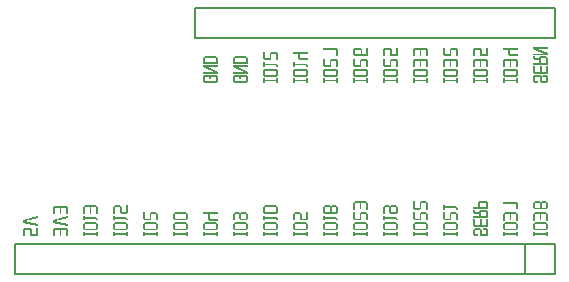
<source format=gbo>
G04*
G04 #@! TF.GenerationSoftware,Altium Limited,Altium Designer,23.1.1 (15)*
G04*
G04 Layer_Color=32896*
%FSLAX26Y26*%
%MOIN*%
G70*
G04*
G04 #@! TF.SameCoordinates,D0E4B440-4BE9-487C-8C21-8B387810EFB0*
G04*
G04*
G04 #@! TF.FilePolarity,Positive*
G04*
G01*
G75*
%ADD12C,0.007874*%
G36*
X2813885Y-659112D02*
Y-677020D01*
X2808971Y-681934D01*
X2793537D01*
X2790407Y-678841D01*
X2787349Y-681934D01*
X2769914D01*
X2765000Y-677093D01*
Y-659184D01*
X2769914Y-654234D01*
X2787386D01*
X2790407Y-657292D01*
X2793537Y-654234D01*
X2808898D01*
X2813885Y-659112D01*
D02*
G37*
G36*
X2813812Y-696058D02*
Y-718844D01*
X2807661D01*
Y-697259D01*
X2792300D01*
Y-718225D01*
X2786148D01*
Y-697259D01*
X2771115D01*
Y-718844D01*
X2765000D01*
Y-696058D01*
X2769914Y-691144D01*
X2786148D01*
X2789169Y-694201D01*
X2792300Y-691144D01*
X2808898D01*
X2813812Y-696058D01*
D02*
G37*
G36*
Y-729873D02*
Y-746945D01*
X2808862Y-751822D01*
X2769950D01*
X2765000Y-746909D01*
Y-729873D01*
X2769950Y-724996D01*
X2808862D01*
X2813812Y-729873D01*
D02*
G37*
G36*
X2813740Y-771260D02*
X2807588D01*
Y-766528D01*
X2771151D01*
Y-771260D01*
X2765000D01*
Y-755535D01*
X2771151D01*
Y-760376D01*
X2807588D01*
Y-755535D01*
X2813740D01*
Y-771260D01*
D02*
G37*
G36*
X2813740Y-147027D02*
X2779232D01*
X2813740Y-162024D01*
Y-168321D01*
X2765000D01*
Y-162169D01*
X2800636D01*
X2765000Y-146590D01*
Y-140875D01*
X2813740D01*
Y-147027D01*
D02*
G37*
G36*
X2813667Y-176948D02*
Y-198751D01*
X2765073D01*
Y-192600D01*
X2782909D01*
Y-184010D01*
X2769987D01*
X2765000Y-179095D01*
Y-171961D01*
X2771152D01*
Y-177858D01*
X2782909D01*
Y-176911D01*
X2787786Y-171961D01*
X2808716D01*
X2813667Y-176948D01*
D02*
G37*
G36*
X2813812Y-229182D02*
X2770096D01*
X2765146Y-224304D01*
Y-202428D01*
X2771297D01*
Y-223067D01*
X2786986D01*
Y-202428D01*
X2793137D01*
Y-223067D01*
X2807661D01*
Y-202428D01*
X2813812D01*
Y-229182D01*
D02*
G37*
G36*
X2814832Y-237736D02*
Y-254808D01*
X2809881Y-259685D01*
X2791244D01*
X2786367Y-254771D01*
Y-239010D01*
X2771152D01*
Y-253534D01*
X2781271D01*
Y-259685D01*
X2769950D01*
X2765000Y-254771D01*
Y-237736D01*
X2769987Y-232858D01*
X2787568D01*
X2792482Y-237772D01*
Y-253534D01*
X2808680D01*
Y-239010D01*
X2797869D01*
Y-232858D01*
X2809845D01*
X2814832Y-237736D01*
D02*
G37*
G36*
X1113739Y-710545D02*
X1071151Y-720300D01*
Y-721101D01*
X1113739Y-731074D01*
Y-737372D01*
X1065000Y-725578D01*
Y-715750D01*
X1113739Y-704248D01*
Y-710545D01*
D02*
G37*
G36*
X1113921Y-766346D02*
X1109044Y-771260D01*
X1091426D01*
X1086694Y-766346D01*
Y-749784D01*
X1071151D01*
Y-771260D01*
X1065000D01*
Y-748583D01*
X1069914Y-743633D01*
X1087932D01*
X1092846Y-748583D01*
Y-765109D01*
X1107770D01*
Y-743633D01*
X1113921D01*
Y-766346D01*
D02*
G37*
G36*
X1213812Y-675310D02*
Y-698096D01*
X1207661D01*
Y-676511D01*
X1192300D01*
Y-697477D01*
X1186148D01*
Y-676511D01*
X1171115D01*
Y-698096D01*
X1165000D01*
Y-675310D01*
X1169914Y-670396D01*
X1186148D01*
X1189169Y-673453D01*
X1192300Y-670396D01*
X1208898D01*
X1213812Y-675310D01*
D02*
G37*
G36*
X1213739Y-710399D02*
X1171151Y-720154D01*
Y-720955D01*
X1213739Y-730929D01*
Y-737226D01*
X1165000Y-725433D01*
Y-715605D01*
X1213739Y-704102D01*
Y-710399D01*
D02*
G37*
G36*
X1213812Y-748474D02*
Y-771260D01*
X1207661D01*
Y-749675D01*
X1192300D01*
Y-770641D01*
X1186148D01*
Y-749675D01*
X1171115D01*
Y-771260D01*
X1165000D01*
Y-748474D01*
X1169914Y-743560D01*
X1186148D01*
X1189169Y-746617D01*
X1192300Y-743560D01*
X1208898D01*
X1213812Y-748474D01*
D02*
G37*
G36*
X1613885Y-695985D02*
Y-713821D01*
X1608971Y-718735D01*
X1569914D01*
X1565000Y-713894D01*
Y-696058D01*
X1569914Y-691107D01*
X1608935D01*
X1613885Y-695985D01*
D02*
G37*
G36*
Y-729873D02*
Y-746945D01*
X1608935Y-751822D01*
X1570023D01*
X1565073Y-746909D01*
Y-729873D01*
X1570023Y-724996D01*
X1608935D01*
X1613885Y-729873D01*
D02*
G37*
G36*
X1613812Y-771260D02*
X1607661D01*
Y-766528D01*
X1571224D01*
Y-771260D01*
X1565073D01*
Y-755535D01*
X1571224D01*
Y-760376D01*
X1607661D01*
Y-755535D01*
X1613812D01*
Y-771260D01*
D02*
G37*
G36*
X1513812Y-696058D02*
Y-718735D01*
X1507661D01*
Y-697259D01*
X1492264D01*
Y-713857D01*
X1487422Y-718735D01*
X1469368D01*
X1465000Y-713857D01*
Y-691144D01*
X1471151D01*
Y-712583D01*
X1486112D01*
Y-696058D01*
X1491026Y-691144D01*
X1508862D01*
X1513812Y-696058D01*
D02*
G37*
G36*
Y-729873D02*
Y-746945D01*
X1508862Y-751822D01*
X1469950D01*
X1465000Y-746909D01*
Y-729873D01*
X1469950Y-724996D01*
X1508862D01*
X1513812Y-729873D01*
D02*
G37*
G36*
X1513739Y-771260D02*
X1507588D01*
Y-766528D01*
X1471151D01*
Y-771260D01*
X1465000D01*
Y-755535D01*
X1471151D01*
Y-760376D01*
X1507588D01*
Y-755535D01*
X1513739D01*
Y-771260D01*
D02*
G37*
G36*
X1413921Y-691180D02*
X1409044Y-696094D01*
X1391426D01*
X1386694Y-691180D01*
Y-674618D01*
X1371151D01*
Y-696094D01*
X1365000D01*
Y-673417D01*
X1369914Y-668466D01*
X1387932D01*
X1392846Y-673417D01*
Y-689942D01*
X1407770D01*
Y-668466D01*
X1413921D01*
Y-691180D01*
D02*
G37*
G36*
X1371151Y-707414D02*
X1408971D01*
X1413885Y-712328D01*
Y-718626D01*
X1407734Y-718589D01*
Y-713566D01*
X1371151D01*
Y-718589D01*
X1365000D01*
Y-703410D01*
X1371151D01*
Y-707414D01*
D02*
G37*
G36*
X1413812Y-729873D02*
Y-746945D01*
X1408862Y-751822D01*
X1369950D01*
X1365000Y-746909D01*
Y-729873D01*
X1369950Y-724996D01*
X1408862D01*
X1413812Y-729873D01*
D02*
G37*
G36*
X1413739Y-771260D02*
X1407588D01*
Y-766528D01*
X1371151D01*
Y-771260D01*
X1365000D01*
Y-755535D01*
X1371151D01*
Y-760376D01*
X1407588D01*
Y-755535D01*
X1413739D01*
Y-771260D01*
D02*
G37*
G36*
X1313812Y-673417D02*
Y-696203D01*
X1307661D01*
Y-674618D01*
X1292300D01*
Y-695585D01*
X1286148D01*
Y-674618D01*
X1271115D01*
Y-696203D01*
X1265000D01*
Y-673417D01*
X1269914Y-668503D01*
X1286148D01*
X1289169Y-671561D01*
X1292300Y-668503D01*
X1308898D01*
X1313812Y-673417D01*
D02*
G37*
G36*
X1271151Y-707414D02*
X1308971D01*
X1313885Y-712328D01*
Y-718626D01*
X1307734Y-718589D01*
Y-713566D01*
X1271151D01*
Y-718589D01*
X1265000D01*
Y-703410D01*
X1271151D01*
Y-707414D01*
D02*
G37*
G36*
X1313812Y-729873D02*
Y-746945D01*
X1308862Y-751822D01*
X1269950D01*
X1265000Y-746909D01*
Y-729873D01*
X1269950Y-724996D01*
X1308862D01*
X1313812Y-729873D01*
D02*
G37*
G36*
X1313739Y-771260D02*
X1307588D01*
Y-766528D01*
X1271151D01*
Y-771260D01*
X1265000D01*
Y-755535D01*
X1271151D01*
Y-760376D01*
X1307588D01*
Y-755535D01*
X1313739D01*
Y-771260D01*
D02*
G37*
G36*
X1713812Y-697332D02*
X1687313D01*
Y-712729D01*
X1713812D01*
Y-718880D01*
X1686075D01*
X1681161Y-713966D01*
Y-697332D01*
X1665000D01*
Y-691180D01*
X1713812D01*
Y-697332D01*
D02*
G37*
G36*
Y-729873D02*
Y-746945D01*
X1708862Y-751822D01*
X1669950D01*
X1665000Y-746909D01*
Y-729873D01*
X1669950Y-724996D01*
X1708862D01*
X1713812Y-729873D01*
D02*
G37*
G36*
X1713739Y-771260D02*
X1707588D01*
Y-766528D01*
X1671151D01*
Y-771260D01*
X1665000D01*
Y-755535D01*
X1671151D01*
Y-760376D01*
X1707588D01*
Y-755535D01*
X1713739D01*
Y-771260D01*
D02*
G37*
G36*
X1813739Y-695439D02*
Y-713748D01*
X1808898Y-718662D01*
X1789169D01*
X1784255Y-713748D01*
Y-697186D01*
X1771115D01*
Y-718662D01*
X1765000D01*
Y-695985D01*
X1769914Y-691034D01*
X1784255D01*
X1787350Y-694092D01*
X1790407Y-691034D01*
X1808825D01*
X1813739Y-695439D01*
D02*
G37*
G36*
X1813812Y-729873D02*
Y-746945D01*
X1808862Y-751822D01*
X1769950D01*
X1765000Y-746909D01*
Y-729873D01*
X1769950Y-724996D01*
X1808862D01*
X1813812Y-729873D01*
D02*
G37*
G36*
X1813739Y-771260D02*
X1807588D01*
Y-766528D01*
X1771151D01*
Y-771260D01*
X1765000D01*
Y-755535D01*
X1771151D01*
Y-760376D01*
X1807588D01*
Y-755535D01*
X1813739D01*
Y-771260D01*
D02*
G37*
G36*
X1913885Y-673344D02*
Y-691180D01*
X1908971Y-696094D01*
X1869914D01*
X1865000Y-691253D01*
Y-673417D01*
X1869914Y-668466D01*
X1908935D01*
X1913885Y-673344D01*
D02*
G37*
G36*
X1871224Y-707414D02*
X1909044D01*
X1913958Y-712328D01*
Y-718626D01*
X1907806Y-718589D01*
Y-713566D01*
X1871224D01*
Y-718589D01*
X1865073D01*
Y-703410D01*
X1871224D01*
Y-707414D01*
D02*
G37*
G36*
X1913885Y-729873D02*
Y-746945D01*
X1908935Y-751822D01*
X1870023D01*
X1865073Y-746909D01*
Y-729873D01*
X1870023Y-724996D01*
X1908935D01*
X1913885Y-729873D01*
D02*
G37*
G36*
X1913812Y-771260D02*
X1907661D01*
Y-766528D01*
X1871224D01*
Y-771260D01*
X1865073D01*
Y-755535D01*
X1871224D01*
Y-760376D01*
X1907661D01*
Y-755535D01*
X1913812D01*
Y-771260D01*
D02*
G37*
G36*
X2213812Y-659876D02*
Y-682663D01*
X2207661D01*
Y-661077D01*
X2192300D01*
Y-682044D01*
X2186148D01*
Y-661077D01*
X2171115D01*
Y-682663D01*
X2165000D01*
Y-659876D01*
X2169914Y-654962D01*
X2186148D01*
X2189169Y-658020D01*
X2192300Y-654962D01*
X2208898D01*
X2213812Y-659876D01*
D02*
G37*
G36*
Y-696058D02*
Y-718735D01*
X2207661D01*
Y-697259D01*
X2192264D01*
Y-713857D01*
X2187422Y-718735D01*
X2169368D01*
X2165000Y-713857D01*
Y-691144D01*
X2171151D01*
Y-712583D01*
X2186112D01*
Y-696058D01*
X2191026Y-691144D01*
X2208862D01*
X2213812Y-696058D01*
D02*
G37*
G36*
Y-729873D02*
Y-746945D01*
X2208862Y-751822D01*
X2169950D01*
X2165000Y-746909D01*
Y-729873D01*
X2169950Y-724996D01*
X2208862D01*
X2213812Y-729873D01*
D02*
G37*
G36*
X2213740Y-771260D02*
X2207588D01*
Y-766528D01*
X2171151D01*
Y-771260D01*
X2165000D01*
Y-755535D01*
X2171151D01*
Y-760376D01*
X2207588D01*
Y-755535D01*
X2213740D01*
Y-771260D01*
D02*
G37*
G36*
X2113885Y-673053D02*
Y-690962D01*
X2108971Y-695876D01*
X2093537D01*
X2090407Y-692782D01*
X2087349Y-695876D01*
X2069914D01*
X2065000Y-691034D01*
Y-673126D01*
X2069914Y-668175D01*
X2087386D01*
X2090407Y-671233D01*
X2093537Y-668175D01*
X2108898D01*
X2113885Y-673053D01*
D02*
G37*
G36*
X2071151Y-707414D02*
X2108971D01*
X2113885Y-712328D01*
Y-718626D01*
X2107733Y-718589D01*
Y-713566D01*
X2071151D01*
Y-718589D01*
X2065000D01*
Y-703410D01*
X2071151D01*
Y-707414D01*
D02*
G37*
G36*
X2113812Y-729873D02*
Y-746945D01*
X2108862Y-751822D01*
X2069950D01*
X2065000Y-746909D01*
Y-729873D01*
X2069950Y-724996D01*
X2108862D01*
X2113812Y-729873D01*
D02*
G37*
G36*
X2113740Y-771260D02*
X2107588D01*
Y-766528D01*
X2071151D01*
Y-771260D01*
X2065000D01*
Y-755535D01*
X2071151D01*
Y-760376D01*
X2107588D01*
Y-755535D01*
X2113740D01*
Y-771260D01*
D02*
G37*
G36*
X2013921Y-713821D02*
X2009044Y-718735D01*
X1991426D01*
X1986694Y-713821D01*
Y-697259D01*
X1971151D01*
Y-718735D01*
X1965000D01*
Y-696058D01*
X1969914Y-691107D01*
X1987932D01*
X1992846Y-696058D01*
Y-712583D01*
X2007770D01*
Y-691107D01*
X2013921D01*
Y-713821D01*
D02*
G37*
G36*
X2013812Y-729873D02*
Y-746945D01*
X2008862Y-751822D01*
X1969950D01*
X1965000Y-746909D01*
Y-729873D01*
X1969950Y-724996D01*
X2008862D01*
X2013812Y-729873D01*
D02*
G37*
G36*
X2013739Y-771260D02*
X2007588D01*
Y-766528D01*
X1971151D01*
Y-771260D01*
X1965000D01*
Y-755535D01*
X1971151D01*
Y-760376D01*
X2007588D01*
Y-755535D01*
X2013739D01*
Y-771260D01*
D02*
G37*
G36*
X2471151Y-671233D02*
X2508971D01*
X2513885Y-676147D01*
Y-682444D01*
X2507733Y-682408D01*
Y-677385D01*
X2471151D01*
Y-682408D01*
X2465000D01*
Y-667229D01*
X2471151D01*
Y-671233D01*
D02*
G37*
G36*
X2513812Y-696058D02*
Y-718735D01*
X2507661D01*
Y-697259D01*
X2492264D01*
Y-713857D01*
X2487422Y-718735D01*
X2469368D01*
X2465000Y-713857D01*
Y-691144D01*
X2471151D01*
Y-712583D01*
X2486112D01*
Y-696058D01*
X2491026Y-691144D01*
X2508862D01*
X2513812Y-696058D01*
D02*
G37*
G36*
Y-729873D02*
Y-746945D01*
X2508862Y-751822D01*
X2469950D01*
X2465000Y-746909D01*
Y-729873D01*
X2469950Y-724996D01*
X2508862D01*
X2513812Y-729873D01*
D02*
G37*
G36*
X2513740Y-771260D02*
X2507588D01*
Y-766528D01*
X2471151D01*
Y-771260D01*
X2465000D01*
Y-755535D01*
X2471151D01*
Y-760376D01*
X2507588D01*
Y-755535D01*
X2513740D01*
Y-771260D01*
D02*
G37*
G36*
X2413812Y-659876D02*
Y-682553D01*
X2407661D01*
Y-661077D01*
X2392264D01*
Y-677676D01*
X2387422Y-682553D01*
X2369368D01*
X2365000Y-677676D01*
Y-654962D01*
X2371151D01*
Y-676402D01*
X2386112D01*
Y-659876D01*
X2391026Y-654962D01*
X2408862D01*
X2413812Y-659876D01*
D02*
G37*
G36*
Y-696058D02*
Y-718735D01*
X2407661D01*
Y-697259D01*
X2392264D01*
Y-713857D01*
X2387422Y-718735D01*
X2369368D01*
X2365000Y-713857D01*
Y-691144D01*
X2371151D01*
Y-712583D01*
X2386112D01*
Y-696058D01*
X2391026Y-691144D01*
X2408862D01*
X2413812Y-696058D01*
D02*
G37*
G36*
Y-729873D02*
Y-746945D01*
X2408862Y-751822D01*
X2369950D01*
X2365000Y-746909D01*
Y-729873D01*
X2369950Y-724996D01*
X2408862D01*
X2413812Y-729873D01*
D02*
G37*
G36*
X2413740Y-771260D02*
X2407588D01*
Y-766528D01*
X2371151D01*
Y-771260D01*
X2365000D01*
Y-755535D01*
X2371151D01*
Y-760376D01*
X2407588D01*
Y-755535D01*
X2413740D01*
Y-771260D01*
D02*
G37*
G36*
X2313740Y-672798D02*
Y-691107D01*
X2308898Y-696021D01*
X2289169D01*
X2284256Y-691107D01*
Y-674545D01*
X2271115D01*
Y-696021D01*
X2265000D01*
Y-673344D01*
X2269914Y-668394D01*
X2284256D01*
X2287349Y-671451D01*
X2290407Y-668394D01*
X2308825D01*
X2313740Y-672798D01*
D02*
G37*
G36*
X2271151Y-707414D02*
X2308971D01*
X2313885Y-712328D01*
Y-718626D01*
X2307733Y-718589D01*
Y-713566D01*
X2271151D01*
Y-718589D01*
X2265000D01*
Y-703410D01*
X2271151D01*
Y-707414D01*
D02*
G37*
G36*
X2313812Y-729873D02*
Y-746945D01*
X2308862Y-751822D01*
X2269950D01*
X2265000Y-746909D01*
Y-729873D01*
X2269950Y-724996D01*
X2308862D01*
X2313812Y-729873D01*
D02*
G37*
G36*
X2313740Y-771260D02*
X2307588D01*
Y-766528D01*
X2271151D01*
Y-771260D01*
X2265000D01*
Y-755535D01*
X2271151D01*
Y-760376D01*
X2307588D01*
Y-755535D01*
X2313740D01*
Y-771260D01*
D02*
G37*
G36*
X2713921Y-661077D02*
Y-680806D01*
X2707770D01*
Y-662279D01*
X2665073D01*
Y-656127D01*
X2709008D01*
X2713921Y-661077D01*
D02*
G37*
G36*
X2713812Y-696058D02*
Y-718844D01*
X2707661D01*
Y-697259D01*
X2692300D01*
Y-718225D01*
X2686148D01*
Y-697259D01*
X2671115D01*
Y-718844D01*
X2665000D01*
Y-696058D01*
X2669914Y-691144D01*
X2686148D01*
X2689169Y-694201D01*
X2692300Y-691144D01*
X2708898D01*
X2713812Y-696058D01*
D02*
G37*
G36*
Y-729873D02*
Y-746945D01*
X2708862Y-751822D01*
X2669950D01*
X2665000Y-746909D01*
Y-729873D01*
X2669950Y-724996D01*
X2708862D01*
X2713812Y-729873D01*
D02*
G37*
G36*
X2713740Y-771260D02*
X2707588D01*
Y-766528D01*
X2671151D01*
Y-771260D01*
X2665000D01*
Y-755535D01*
X2671151D01*
Y-760376D01*
X2707588D01*
Y-755535D01*
X2713740D01*
Y-771260D01*
D02*
G37*
G36*
X2613667Y-657947D02*
Y-679896D01*
X2565000D01*
Y-673745D01*
X2581707D01*
Y-657983D01*
X2586622Y-653069D01*
X2608716D01*
X2613667Y-657947D01*
D02*
G37*
G36*
X2613740Y-688523D02*
Y-710327D01*
X2565146D01*
Y-704175D01*
X2582981D01*
Y-695585D01*
X2570059D01*
X2565073Y-690670D01*
Y-683536D01*
X2571224D01*
Y-689433D01*
X2582981D01*
Y-688486D01*
X2587859Y-683536D01*
X2608789D01*
X2613740Y-688523D01*
D02*
G37*
G36*
X2613885Y-740757D02*
X2570169D01*
X2565218Y-735879D01*
Y-714003D01*
X2571370D01*
Y-734642D01*
X2587058D01*
Y-714003D01*
X2593210D01*
Y-734642D01*
X2607733D01*
Y-714003D01*
X2613885D01*
Y-740757D01*
D02*
G37*
G36*
X2614904Y-749311D02*
Y-766383D01*
X2609954Y-771260D01*
X2591317D01*
X2586439Y-766346D01*
Y-750585D01*
X2571224D01*
Y-765109D01*
X2581343D01*
Y-771260D01*
X2570023D01*
X2565073Y-766346D01*
Y-749311D01*
X2570059Y-744433D01*
X2587641D01*
X2592555Y-749347D01*
Y-765109D01*
X2608753D01*
Y-750585D01*
X2597942D01*
Y-744433D01*
X2609918D01*
X2614904Y-749311D01*
D02*
G37*
G36*
X2613922Y-165664D02*
X2609044Y-170578D01*
X2591426D01*
X2586694Y-165664D01*
Y-149102D01*
X2571152D01*
Y-170578D01*
X2565000D01*
Y-147901D01*
X2569914Y-142950D01*
X2587932D01*
X2592846Y-147901D01*
Y-164426D01*
X2607770D01*
Y-142950D01*
X2613922D01*
Y-165664D01*
D02*
G37*
G36*
X2613812Y-184483D02*
Y-207269D01*
X2607661D01*
Y-185684D01*
X2592300D01*
Y-206650D01*
X2586148D01*
Y-185684D01*
X2571115D01*
Y-207269D01*
X2565000D01*
Y-184483D01*
X2569914Y-179569D01*
X2586148D01*
X2589170Y-182626D01*
X2592300Y-179569D01*
X2608898D01*
X2613812Y-184483D01*
D02*
G37*
G36*
Y-218298D02*
Y-235370D01*
X2608862Y-240248D01*
X2569950D01*
X2565000Y-235333D01*
Y-218298D01*
X2569950Y-213421D01*
X2608862D01*
X2613812Y-218298D01*
D02*
G37*
G36*
X2613740Y-259685D02*
X2607588D01*
Y-254953D01*
X2571152D01*
Y-259685D01*
X2565000D01*
Y-243960D01*
X2571152D01*
Y-248802D01*
X2607588D01*
Y-243960D01*
X2613740D01*
Y-259685D01*
D02*
G37*
G36*
X2713812Y-149175D02*
X2687313D01*
Y-164572D01*
X2713812D01*
Y-170724D01*
X2686076D01*
X2681162Y-165810D01*
Y-149175D01*
X2665000D01*
Y-143023D01*
X2713812D01*
Y-149175D01*
D02*
G37*
G36*
Y-184483D02*
Y-207269D01*
X2707661D01*
Y-185684D01*
X2692300D01*
Y-206650D01*
X2686148D01*
Y-185684D01*
X2671115D01*
Y-207269D01*
X2665000D01*
Y-184483D01*
X2669914Y-179569D01*
X2686148D01*
X2689170Y-182626D01*
X2692300Y-179569D01*
X2708898D01*
X2713812Y-184483D01*
D02*
G37*
G36*
Y-218298D02*
Y-235370D01*
X2708862Y-240248D01*
X2669950D01*
X2665000Y-235333D01*
Y-218298D01*
X2669950Y-213421D01*
X2708862D01*
X2713812Y-218298D01*
D02*
G37*
G36*
X2713740Y-259685D02*
X2707588D01*
Y-254953D01*
X2671152D01*
Y-259685D01*
X2665000D01*
Y-243960D01*
X2671152D01*
Y-248802D01*
X2707588D01*
Y-243960D01*
X2713740D01*
Y-259685D01*
D02*
G37*
G36*
X2313922Y-166064D02*
X2309044Y-170978D01*
X2291426D01*
X2286694Y-166064D01*
Y-149502D01*
X2271152D01*
Y-170978D01*
X2265000D01*
Y-148301D01*
X2269914Y-143351D01*
X2287932D01*
X2292846Y-148301D01*
Y-164827D01*
X2307770D01*
Y-143351D01*
X2313922D01*
Y-166064D01*
D02*
G37*
G36*
X2313812Y-184483D02*
Y-207160D01*
X2307661D01*
Y-185684D01*
X2292264D01*
Y-202282D01*
X2287422Y-207160D01*
X2269368D01*
X2265000Y-202282D01*
Y-179569D01*
X2271152D01*
Y-201008D01*
X2286112D01*
Y-184483D01*
X2291026Y-179569D01*
X2308862D01*
X2313812Y-184483D01*
D02*
G37*
G36*
Y-218298D02*
Y-235370D01*
X2308862Y-240248D01*
X2269950D01*
X2265000Y-235333D01*
Y-218298D01*
X2269950Y-213421D01*
X2308862D01*
X2313812Y-218298D01*
D02*
G37*
G36*
X2313740Y-259685D02*
X2307588D01*
Y-254953D01*
X2271152D01*
Y-259685D01*
X2265000D01*
Y-243960D01*
X2271152D01*
Y-248802D01*
X2307588D01*
Y-243960D01*
X2313740D01*
Y-259685D01*
D02*
G37*
G36*
X2413812Y-147901D02*
Y-170687D01*
X2407661D01*
Y-149102D01*
X2392300D01*
Y-170068D01*
X2386148D01*
Y-149102D01*
X2371115D01*
Y-170687D01*
X2365000D01*
Y-147901D01*
X2369914Y-142987D01*
X2386148D01*
X2389170Y-146044D01*
X2392300Y-142987D01*
X2408898D01*
X2413812Y-147901D01*
D02*
G37*
G36*
Y-184483D02*
Y-207269D01*
X2407661D01*
Y-185684D01*
X2392300D01*
Y-206650D01*
X2386148D01*
Y-185684D01*
X2371115D01*
Y-207269D01*
X2365000D01*
Y-184483D01*
X2369914Y-179569D01*
X2386148D01*
X2389170Y-182626D01*
X2392300Y-179569D01*
X2408898D01*
X2413812Y-184483D01*
D02*
G37*
G36*
Y-218298D02*
Y-235370D01*
X2408862Y-240248D01*
X2369950D01*
X2365000Y-235333D01*
Y-218298D01*
X2369950Y-213421D01*
X2408862D01*
X2413812Y-218298D01*
D02*
G37*
G36*
X2413740Y-259685D02*
X2407588D01*
Y-254953D01*
X2371152D01*
Y-259685D01*
X2365000D01*
Y-243960D01*
X2371152D01*
Y-248802D01*
X2407588D01*
Y-243960D01*
X2413740D01*
Y-259685D01*
D02*
G37*
G36*
X2513812Y-147901D02*
Y-170578D01*
X2507661D01*
Y-149102D01*
X2492264D01*
Y-165700D01*
X2487422Y-170578D01*
X2469368D01*
X2465000Y-165700D01*
Y-142987D01*
X2471152D01*
Y-164426D01*
X2486112D01*
Y-147901D01*
X2491026Y-142987D01*
X2508862D01*
X2513812Y-147901D01*
D02*
G37*
G36*
Y-184483D02*
Y-207269D01*
X2507661D01*
Y-185684D01*
X2492300D01*
Y-206650D01*
X2486148D01*
Y-185684D01*
X2471115D01*
Y-207269D01*
X2465000D01*
Y-184483D01*
X2469914Y-179569D01*
X2486148D01*
X2489170Y-182626D01*
X2492300Y-179569D01*
X2508898D01*
X2513812Y-184483D01*
D02*
G37*
G36*
Y-218298D02*
Y-235370D01*
X2508862Y-240248D01*
X2469950D01*
X2465000Y-235333D01*
Y-218298D01*
X2469950Y-213421D01*
X2508862D01*
X2513812Y-218298D01*
D02*
G37*
G36*
X2513740Y-259685D02*
X2507588D01*
Y-254953D01*
X2471152D01*
Y-259685D01*
X2465000D01*
Y-243960D01*
X2471152D01*
Y-248802D01*
X2507588D01*
Y-243960D01*
X2513740D01*
Y-259685D01*
D02*
G37*
G36*
X2013812Y-163116D02*
X1987313D01*
Y-178513D01*
X2013812D01*
Y-184665D01*
X1986076D01*
X1981162Y-179751D01*
Y-163116D01*
X1965000D01*
Y-156964D01*
X2013812D01*
Y-163116D01*
D02*
G37*
G36*
X1971152Y-195839D02*
X2008971D01*
X2013885Y-200754D01*
Y-207051D01*
X2007734Y-207014D01*
Y-201991D01*
X1971152D01*
Y-207014D01*
X1965000D01*
Y-191835D01*
X1971152D01*
Y-195839D01*
D02*
G37*
G36*
X2013812Y-218298D02*
Y-235370D01*
X2008862Y-240248D01*
X1969950D01*
X1965000Y-235333D01*
Y-218298D01*
X1969950Y-213421D01*
X2008862D01*
X2013812Y-218298D01*
D02*
G37*
G36*
X2013740Y-259685D02*
X2007588D01*
Y-254953D01*
X1971152D01*
Y-259685D01*
X1965000D01*
Y-243960D01*
X1971152D01*
Y-248802D01*
X2007588D01*
Y-243960D01*
X2013740D01*
Y-259685D01*
D02*
G37*
G36*
X2113922Y-149903D02*
Y-169631D01*
X2107770D01*
Y-151104D01*
X2065073D01*
Y-144952D01*
X2109008D01*
X2113922Y-149903D01*
D02*
G37*
G36*
X2113812Y-184483D02*
Y-207160D01*
X2107661D01*
Y-185684D01*
X2092264D01*
Y-202282D01*
X2087422Y-207160D01*
X2069368D01*
X2065000Y-202282D01*
Y-179569D01*
X2071152D01*
Y-201008D01*
X2086112D01*
Y-184483D01*
X2091026Y-179569D01*
X2108862D01*
X2113812Y-184483D01*
D02*
G37*
G36*
Y-218298D02*
Y-235370D01*
X2108862Y-240248D01*
X2069950D01*
X2065000Y-235333D01*
Y-218298D01*
X2069950Y-213421D01*
X2108862D01*
X2113812Y-218298D01*
D02*
G37*
G36*
X2113740Y-259685D02*
X2107588D01*
Y-254953D01*
X2071152D01*
Y-259685D01*
X2065000D01*
Y-243960D01*
X2071152D01*
Y-248802D01*
X2107588D01*
Y-243960D01*
X2113740D01*
Y-259685D01*
D02*
G37*
G36*
X2213922Y-165992D02*
X2209008Y-170833D01*
X2169914D01*
X2165000Y-165992D01*
Y-148155D01*
X2169914Y-143205D01*
X2190371D01*
X2195285Y-148155D01*
Y-164718D01*
X2207770D01*
Y-143205D01*
X2213922D01*
Y-165992D01*
D02*
G37*
G36*
X2213812Y-184483D02*
Y-207160D01*
X2207661D01*
Y-185684D01*
X2192264D01*
Y-202282D01*
X2187422Y-207160D01*
X2169368D01*
X2165000Y-202282D01*
Y-179569D01*
X2171152D01*
Y-201008D01*
X2186112D01*
Y-184483D01*
X2191026Y-179569D01*
X2208862D01*
X2213812Y-184483D01*
D02*
G37*
G36*
Y-218298D02*
Y-235370D01*
X2208862Y-240248D01*
X2169950D01*
X2165000Y-235333D01*
Y-218298D01*
X2169950Y-213421D01*
X2208862D01*
X2213812Y-218298D01*
D02*
G37*
G36*
X2213740Y-259685D02*
X2207588D01*
Y-254953D01*
X2171152D01*
Y-259685D01*
X2165000D01*
Y-243960D01*
X2171152D01*
Y-248802D01*
X2207588D01*
Y-243960D01*
X2213740D01*
Y-259685D01*
D02*
G37*
G36*
X1913812Y-161842D02*
Y-184519D01*
X1907661D01*
Y-163043D01*
X1892264D01*
Y-179642D01*
X1887422Y-184519D01*
X1869368D01*
X1865000Y-179642D01*
Y-156928D01*
X1871152D01*
Y-178368D01*
X1886112D01*
Y-161842D01*
X1891026Y-156928D01*
X1908862D01*
X1913812Y-161842D01*
D02*
G37*
G36*
X1871152Y-195839D02*
X1908971D01*
X1913885Y-200754D01*
Y-207051D01*
X1907734Y-207014D01*
Y-201991D01*
X1871152D01*
Y-207014D01*
X1865000D01*
Y-191835D01*
X1871152D01*
Y-195839D01*
D02*
G37*
G36*
X1913812Y-218298D02*
Y-235370D01*
X1908862Y-240248D01*
X1869950D01*
X1865000Y-235333D01*
Y-218298D01*
X1869950Y-213421D01*
X1908862D01*
X1913812Y-218298D01*
D02*
G37*
G36*
X1913740Y-259685D02*
X1907588D01*
Y-254953D01*
X1871152D01*
Y-259685D01*
X1865000D01*
Y-243960D01*
X1871152D01*
Y-248802D01*
X1907588D01*
Y-243960D01*
X1913740D01*
Y-259685D01*
D02*
G37*
G36*
X1813667Y-176038D02*
Y-197987D01*
X1765000D01*
Y-176038D01*
X1769950Y-171160D01*
X1808716D01*
X1813667Y-176038D01*
D02*
G37*
G36*
X1813740Y-207888D02*
X1779232D01*
X1813740Y-222885D01*
Y-229182D01*
X1765000D01*
Y-223030D01*
X1800636D01*
X1765000Y-207451D01*
Y-201736D01*
X1813740D01*
Y-207888D01*
D02*
G37*
G36*
X1813667Y-237736D02*
Y-254735D01*
X1808716Y-259685D01*
X1769914D01*
X1765000Y-254735D01*
Y-237736D01*
X1769950Y-232822D01*
X1789934D01*
Y-245962D01*
X1783782D01*
Y-238937D01*
X1771152D01*
Y-253534D01*
X1807515D01*
Y-238937D01*
X1795430D01*
Y-232822D01*
X1808716D01*
X1813667Y-237736D01*
D02*
G37*
G36*
X1713667Y-176038D02*
Y-197987D01*
X1665000D01*
Y-176038D01*
X1669950Y-171160D01*
X1708716D01*
X1713667Y-176038D01*
D02*
G37*
G36*
X1713740Y-207888D02*
X1679232D01*
X1713740Y-222885D01*
Y-229182D01*
X1665000D01*
Y-223030D01*
X1700636D01*
X1665000Y-207451D01*
Y-201736D01*
X1713740D01*
Y-207888D01*
D02*
G37*
G36*
X1713667Y-237736D02*
Y-254735D01*
X1708716Y-259685D01*
X1669914D01*
X1665000Y-254735D01*
Y-237736D01*
X1669950Y-232822D01*
X1689934D01*
Y-245962D01*
X1683782D01*
Y-238937D01*
X1671152D01*
Y-253534D01*
X1707515D01*
Y-238937D01*
X1695430D01*
Y-232822D01*
X1708716D01*
X1713667Y-237736D01*
D02*
G37*
%LPC*%
G36*
X2807733Y-660386D02*
X2793537D01*
Y-675783D01*
X2807733D01*
Y-660386D01*
D02*
G37*
G36*
X2787386D02*
X2771115D01*
Y-675783D01*
X2787386D01*
Y-660386D01*
D02*
G37*
G36*
X2807661Y-731147D02*
X2771151D01*
Y-745671D01*
X2807661D01*
Y-731147D01*
D02*
G37*
G36*
X2807515Y-178113D02*
X2789024D01*
Y-192600D01*
X2807515D01*
Y-178113D01*
D02*
G37*
G36*
X1607734Y-697259D02*
X1571115D01*
Y-712583D01*
X1607734D01*
Y-697259D01*
D02*
G37*
G36*
Y-731147D02*
X1571224D01*
Y-745671D01*
X1607734D01*
Y-731147D01*
D02*
G37*
G36*
X1507661D02*
X1471151D01*
Y-745671D01*
X1507661D01*
Y-731147D01*
D02*
G37*
G36*
X1407661D02*
X1371151D01*
Y-745671D01*
X1407661D01*
Y-731147D01*
D02*
G37*
G36*
X1307661D02*
X1271151D01*
Y-745671D01*
X1307661D01*
Y-731147D01*
D02*
G37*
G36*
X1707661D02*
X1671151D01*
Y-745671D01*
X1707661D01*
Y-731147D01*
D02*
G37*
G36*
X1807624Y-697186D02*
X1790407D01*
Y-712510D01*
X1807624D01*
Y-697186D01*
D02*
G37*
G36*
X1807661Y-731147D02*
X1771151D01*
Y-745671D01*
X1807661D01*
Y-731147D01*
D02*
G37*
G36*
X1907734Y-674618D02*
X1871115D01*
Y-689942D01*
X1907734D01*
Y-674618D01*
D02*
G37*
G36*
Y-731147D02*
X1871224D01*
Y-745671D01*
X1907734D01*
Y-731147D01*
D02*
G37*
G36*
X2207661D02*
X2171151D01*
Y-745671D01*
X2207661D01*
Y-731147D01*
D02*
G37*
G36*
X2107733Y-674327D02*
X2093537D01*
Y-689724D01*
X2107733D01*
Y-674327D01*
D02*
G37*
G36*
X2087386D02*
X2071115D01*
Y-689724D01*
X2087386D01*
Y-674327D01*
D02*
G37*
G36*
X2107661Y-731147D02*
X2071151D01*
Y-745671D01*
X2107661D01*
Y-731147D01*
D02*
G37*
G36*
X2007661D02*
X1971151D01*
Y-745671D01*
X2007661D01*
Y-731147D01*
D02*
G37*
G36*
X2507661D02*
X2471151D01*
Y-745671D01*
X2507661D01*
Y-731147D01*
D02*
G37*
G36*
X2407661D02*
X2371151D01*
Y-745671D01*
X2407661D01*
Y-731147D01*
D02*
G37*
G36*
X2307624Y-674545D02*
X2290407D01*
Y-689870D01*
X2307624D01*
Y-674545D01*
D02*
G37*
G36*
X2307661Y-731147D02*
X2271151D01*
Y-745671D01*
X2307661D01*
Y-731147D01*
D02*
G37*
G36*
X2707661D02*
X2671151D01*
Y-745671D01*
X2707661D01*
Y-731147D01*
D02*
G37*
G36*
X2607515Y-659184D02*
X2587859Y-659221D01*
Y-673672D01*
X2607515D01*
Y-659184D01*
D02*
G37*
G36*
X2607588Y-689688D02*
X2589097D01*
Y-704175D01*
X2607588D01*
Y-689688D01*
D02*
G37*
G36*
X2607661Y-219572D02*
X2571152D01*
Y-234096D01*
X2607661D01*
Y-219572D01*
D02*
G37*
G36*
X2707661D02*
X2671152D01*
Y-234096D01*
X2707661D01*
Y-219572D01*
D02*
G37*
G36*
X2307661D02*
X2271152D01*
Y-234096D01*
X2307661D01*
Y-219572D01*
D02*
G37*
G36*
X2407661D02*
X2371152D01*
Y-234096D01*
X2407661D01*
Y-219572D01*
D02*
G37*
G36*
X2507661D02*
X2471152D01*
Y-234096D01*
X2507661D01*
Y-219572D01*
D02*
G37*
G36*
X2007661D02*
X1971152D01*
Y-234096D01*
X2007661D01*
Y-219572D01*
D02*
G37*
G36*
X2107661D02*
X2071152D01*
Y-234096D01*
X2107661D01*
Y-219572D01*
D02*
G37*
G36*
X2189133Y-149357D02*
X2171152D01*
Y-164718D01*
X2189133D01*
Y-149357D01*
D02*
G37*
G36*
X2207661Y-219572D02*
X2171152D01*
Y-234096D01*
X2207661D01*
Y-219572D01*
D02*
G37*
G36*
X1907661D02*
X1871152D01*
Y-234096D01*
X1907661D01*
Y-219572D01*
D02*
G37*
G36*
X1807515Y-177312D02*
X1771152D01*
Y-191835D01*
X1807515D01*
Y-177312D01*
D02*
G37*
G36*
X1707515D02*
X1671152D01*
Y-191835D01*
X1707515D01*
Y-177312D01*
D02*
G37*
%LPD*%
D12*
X1636496Y-10000D02*
X2836496D01*
X1636496Y-110000D02*
Y-10000D01*
Y-110000D02*
X2836496D01*
Y-10000D01*
X1036496Y-897402D02*
Y-797402D01*
X2766496D01*
X2761496D02*
X2836496D01*
Y-897402D02*
Y-797402D01*
X1036496Y-897402D02*
X2836496D01*
X2737284Y-896615D02*
Y-798189D01*
M02*

</source>
